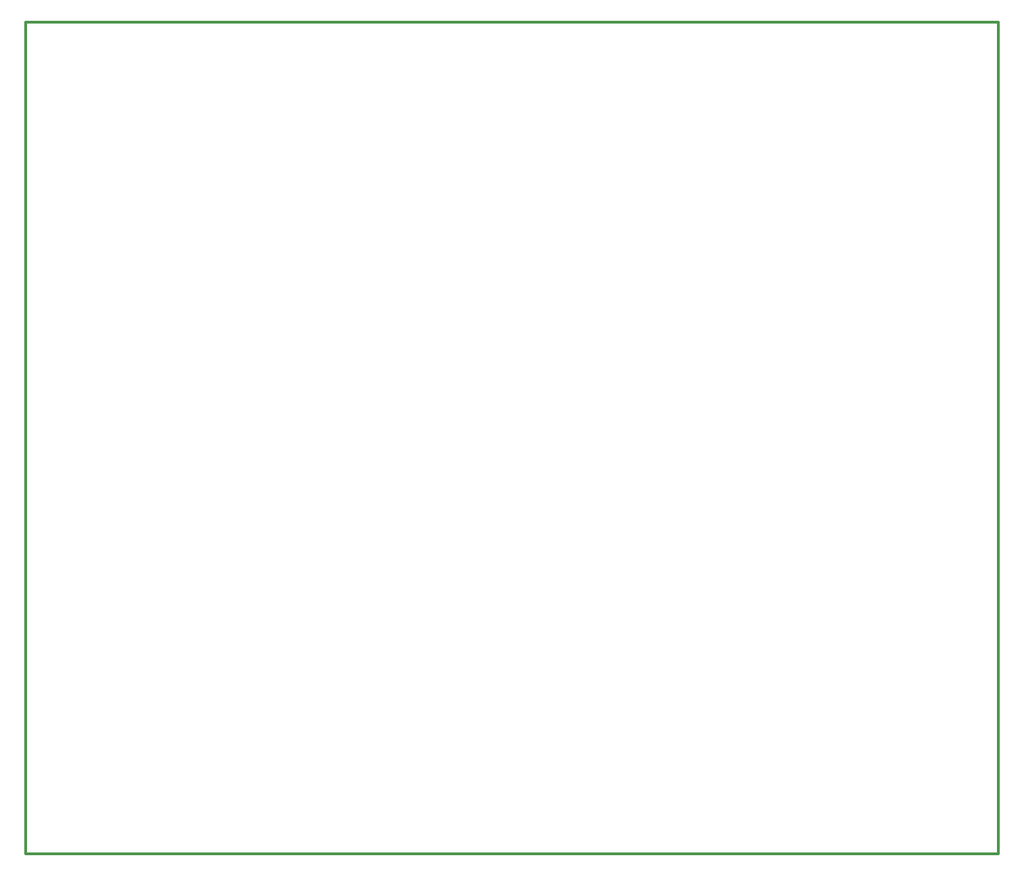
<source format=gko>
G04*
G04 #@! TF.GenerationSoftware,Altium Limited,Altium Designer,18.1.9 (240)*
G04*
G04 Layer_Color=8388736*
%FSLAX25Y25*%
%MOIN*%
G70*
G01*
G75*
%ADD124C,0.01181*%
D124*
X36614Y34252D02*
Y434252D01*
X504114D01*
Y34252D02*
Y434252D01*
X36614Y34252D02*
X504114D01*
M02*

</source>
